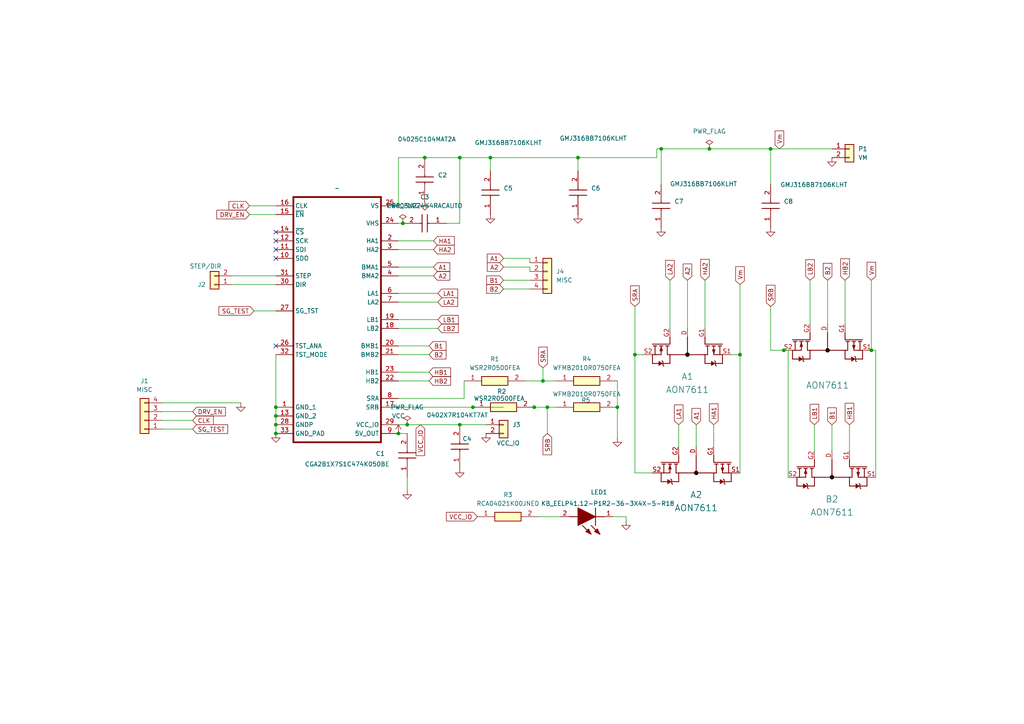
<source format=kicad_sch>
(kicad_sch (version 20231120) (generator "eeschema") (generator_version "8.0")
  (paper "A4")
  (lib_symbols
    (symbol "04025C104MAT2A:04025C104MAT2A" (pin_names hide)
      (property "Reference" "C" (at 8.89 6.35 0))
      (property "Value" "04025C104MAT2A" (at 8.89 3.81 0))
      (symbol "04025C104MAT2A_1_1"
        (polyline (pts (xy 5.08 0) (xy 5.588 0)) (stroke (width 0.254)))
        (polyline (pts (xy 5.588 2.54) (xy 5.588 -2.54)) (stroke (width 0.254)))
        (polyline (pts (xy 7.112 0) (xy 7.62 0)) (stroke (width 0.254)))
        (polyline (pts (xy 7.112 2.54) (xy 7.112 -2.54)) (stroke (width 0.254)))
        (pin passive line (at 0 0 0) (length 5.08) (name "1") (number "1"))
        (pin passive line (at 12.7 0 180) (length 5.08) (name "2") (number "2"))
      )
    )
    (symbol "0402X7R104KT7AT:0402X7R104KT7AT" (pin_names hide)
      (property "Reference" "C" (at 8.89 6.35 0))
      (property "Value" "0402X7R104KT7AT" (at 8.89 3.81 0))
      (symbol "0402X7R104KT7AT_1_1"
        (polyline (pts (xy 5.08 0) (xy 5.588 0)) (stroke (width 0.254)))
        (polyline (pts (xy 5.588 2.54) (xy 5.588 -2.54)) (stroke (width 0.254)))
        (polyline (pts (xy 7.112 0) (xy 7.62 0)) (stroke (width 0.254)))
        (polyline (pts (xy 7.112 2.54) (xy 7.112 -2.54)) (stroke (width 0.254)))
        (pin passive line (at 0 0 0) (length 5.08) (name "1") (number "1"))
        (pin passive line (at 12.7 0 180) (length 5.08) (name "2") (number "2"))
      )
    )
    (symbol "C0603X224K4RACAUTO:C0603X224K4RACAUTO" (pin_names hide)
      (property "Reference" "C" (at 8.89 6.35 0))
      (property "Value" "C0603X224K4RACAUTO" (at 8.89 3.81 0))
      (symbol "C0603X224K4RACAUTO_1_1"
        (polyline (pts (xy 5.08 0) (xy 5.588 0)) (stroke (width 0.254)))
        (polyline (pts (xy 5.588 2.54) (xy 5.588 -2.54)) (stroke (width 0.254)))
        (polyline (pts (xy 7.112 0) (xy 7.62 0)) (stroke (width 0.254)))
        (polyline (pts (xy 7.112 2.54) (xy 7.112 -2.54)) (stroke (width 0.254)))
        (pin passive line (at 0 0 0) (length 5.08) (name "1") (number "1"))
        (pin passive line (at 12.7 0 180) (length 5.08) (name "2") (number "2"))
      )
    )
    (symbol "CGA2B1X7S1C474K050BE:CGA2B1X7S1C474K050BE" (pin_names hide)
      (property "Reference" "C" (at 8.89 6.35 0))
      (property "Value" "CGA2B1X7S1C474K050BE" (at 8.89 3.81 0))
      (symbol "CGA2B1X7S1C474K050BE_1_1"
        (polyline (pts (xy 5.08 0) (xy 5.588 0)) (stroke (width 0.254)))
        (polyline (pts (xy 5.588 2.54) (xy 5.588 -2.54)) (stroke (width 0.254)))
        (polyline (pts (xy 7.112 0) (xy 7.62 0)) (stroke (width 0.254)))
        (polyline (pts (xy 7.112 2.54) (xy 7.112 -2.54)) (stroke (width 0.254)))
        (pin passive line (at 0 0 0) (length 5.08) (name "1") (number "1"))
        (pin passive line (at 12.7 0 180) (length 5.08) (name "2") (number "2"))
      )
    )
    (symbol "Connector_Generic:Conn_01x02" (pin_names (offset 1.016) hide)
      (property "Reference" "J" (at 0 2.54 0))
      (property "Value" "Conn_01x02" (at 0 -5.08 0))
      (symbol "Conn_01x02_1_1"
        (rectangle (start -1.27 -2.413) (end 0 -2.667) (stroke (width 0.1524)))
        (rectangle (start -1.27 0.127) (end 0 -0.127) (stroke (width 0.1524)))
        (rectangle (start -1.27 1.27) (end 1.27 -3.81) (stroke (width 0.254)) (fill (type background)))
        (pin passive line (at -5.08 0 0) (length 3.81) (name "Pin_1") (number "1"))
        (pin passive line (at -5.08 -2.54 0) (length 3.81) (name "Pin_2") (number "2"))
      )
    )
    (symbol "Connector_Generic:Conn_01x04" (pin_names (offset 1.016) hide)
      (property "Reference" "J" (at 0 5.08 0))
      (property "Value" "Conn_01x04" (at 0 -7.62 0))
      (symbol "Conn_01x04_1_1"
        (rectangle (start -1.27 -4.953) (end 0 -5.207) (stroke (width 0.1524)))
        (rectangle (start -1.27 -2.413) (end 0 -2.667) (stroke (width 0.1524)))
        (rectangle (start -1.27 0.127) (end 0 -0.127) (stroke (width 0.1524)))
        (rectangle (start -1.27 2.667) (end 0 2.413) (stroke (width 0.1524)))
        (rectangle (start -1.27 3.81) (end 1.27 -6.35) (stroke (width 0.254)) (fill (type background)))
        (pin passive line (at -5.08 2.54 0) (length 3.81) (name "Pin_1") (number "1"))
        (pin passive line (at -5.08 0 0) (length 3.81) (name "Pin_2") (number "2"))
        (pin passive line (at -5.08 -2.54 0) (length 3.81) (name "Pin_3") (number "3"))
        (pin passive line (at -5.08 -5.08 0) (length 3.81) (name "Pin_4") (number "4"))
      )
    )
    (symbol "GMJ316BB7106KLHT:GMJ316BB7106KLHT" (pin_names hide)
      (property "Reference" "C" (at 8.89 6.35 0))
      (property "Value" "GMJ316BB7106KLHT" (at 8.89 3.81 0))
      (symbol "GMJ316BB7106KLHT_1_1"
        (polyline (pts (xy 5.08 0) (xy 5.588 0)) (stroke (width 0.254)))
        (polyline (pts (xy 5.588 2.54) (xy 5.588 -2.54)) (stroke (width 0.254)))
        (polyline (pts (xy 7.112 0) (xy 7.62 0)) (stroke (width 0.254)))
        (polyline (pts (xy 7.112 2.54) (xy 7.112 -2.54)) (stroke (width 0.254)))
        (pin passive line (at 0 0 0) (length 5.08) (name "1") (number "1"))
        (pin passive line (at 12.7 0 180) (length 5.08) (name "2") (number "2"))
      )
    )
    (symbol "KB_EELP41_12-P1R2-36-3X4X-5-R1:KB_EELP41.12-P1R2-36-3X4X-5-R18" (pin_names hide)
      (property "Reference" "LED" (at 12.7 8.89 0))
      (property "Value" "KB_EELP41.12-P1R2-36-3X4X-5-R18" (at 12.7 6.35 0))
      (symbol "KB_EELP41.12-P1R2-36-3X4X-5-R18_1_1"
        (polyline (pts (xy 2.54 0) (xy 5.08 0)) (stroke (width 0.254)))
        (polyline (pts (xy 5.08 2.54) (xy 5.08 -2.54)) (stroke (width 0.254)))
        (polyline (pts (xy 6.35 2.54) (xy 3.81 5.08)) (stroke (width 0.254)))
        (polyline (pts (xy 8.89 2.54) (xy 6.35 5.08)) (stroke (width 0.254)))
        (polyline (pts (xy 10.16 0) (xy 12.7 0)) (stroke (width 0.254)))
        (polyline (pts (xy 5.08 0) (xy 10.16 2.54) (xy 10.16 -2.54) (xy 5.08 0)) (stroke (width 0.254)) (fill (type outline)))
        (polyline (pts (xy 5.334 4.318) (xy 4.572 3.556) (xy 3.81 5.08) (xy 5.334 4.318)) (stroke (width 0.254)) (fill (type outline)))
        (polyline (pts (xy 7.874 4.318) (xy 7.112 3.556) (xy 6.35 5.08) (xy 7.874 4.318)) (stroke (width 0.254)) (fill (type outline)))
        (pin passive line (at 0 0 0) (length 2.54) (name "K") (number "1"))
        (pin passive line (at 15.24 0 180) (length 2.54) (name "A") (number "2"))
      )
    )
    (symbol "RCA04021K00JNED:RCA04021K00JNED" (pin_names hide)
      (property "Reference" "R" (at 13.97 6.35 0))
      (property "Value" "RCA04021K00JNED" (at 13.97 3.81 0))
      (symbol "RCA04021K00JNED_1_1"
        (rectangle (start 5.08 1.27) (end 12.7 -1.27) (stroke (width 0.254)) (fill (type background)))
        (pin passive line (at 0 0 0) (length 5.08) (name "1") (number "1"))
        (pin passive line (at 17.78 0 180) (length 5.08) (name "2") (number "2"))
      )
    )
    (symbol "TMC262-LA:TMC262-LA"
      (property "Reference" "IC" (at 17.78 3.81 0))
      (symbol "TMC262-LA_1_0"
        (polyline (pts (xy 5.08 -68.58) (xy 30.48 -68.58)) (stroke (width 0.51)))
        (polyline (pts (xy 5.08 2.54) (xy 5.08 -68.58)) (stroke (width 0.51)))
        (polyline (pts (xy 30.48 -68.58) (xy 30.48 2.54)) (stroke (width 0.51)))
        (polyline (pts (xy 30.48 2.54) (xy 5.08 2.54)) (stroke (width 0.51)))
        (pin power_in line (at 0 -58.42 0) (length 5.08) (name "GND_1") (number "1"))
        (pin output line (at 0 -15.24 0) (length 5.08) (name "SDO") (number "10"))
        (pin input line (at 0 -12.7 0) (length 5.08) (name "SDI") (number "11"))
        (pin input line (at 0 -10.16 0) (length 5.08) (name "SCK") (number "12"))
        (pin power_in line (at 0 -60.96 0) (length 5.08) (name "GND_2") (number "13"))
        (pin input line (at 0 -7.62 0) (length 5.08) (name "~{CS}") (number "14"))
        (pin input line (at 0 -2.54 0) (length 5.08) (name "~{EN}") (number "15"))
        (pin input line (at 0 0 0) (length 5.08) (name "CLK") (number "16"))
        (pin input line (at 35.56 -58.42 180) (length 5.08) (name "SRB") (number "17"))
        (pin output line (at 35.56 -35.56 180) (length 5.08) (name "LB2") (number "18"))
        (pin output line (at 35.56 -33.02 180) (length 5.08) (name "LB1") (number "19"))
        (pin output line (at 35.56 -10.16 180) (length 5.08) (name "HA1") (number "2"))
        (pin input line (at 35.56 -40.64 180) (length 5.08) (name "BMB1") (number "20"))
        (pin input line (at 35.56 -43.18 180) (length 5.08) (name "BMB2") (number "21"))
        (pin output line (at 35.56 -50.8 180) (length 5.08) (name "HB2") (number "22"))
        (pin output line (at 35.56 -48.26 180) (length 5.08) (name "HB1") (number "23"))
        (pin power_in line (at 35.56 -5.08 180) (length 5.08) (name "VHS") (number "24"))
        (pin power_in line (at 35.56 0 180) (length 5.08) (name "VS") (number "25"))
        (pin output line (at 0 -40.64 0) (length 5.08) (name "TST_ANA") (number "26"))
        (pin output line (at 0 -30.48 0) (length 5.08) (name "SG_TST") (number "27"))
        (pin power_in line (at 0 -63.5 0) (length 5.08) (name "GNDP") (number "28"))
        (pin power_in line (at 35.56 -63.5 180) (length 5.08) (name "VCC_IO") (number "29"))
        (pin output line (at 35.56 -12.7 180) (length 5.08) (name "HA2") (number "3"))
        (pin input line (at 0 -22.86 0) (length 5.08) (name "DIR") (number "30"))
        (pin input line (at 0 -20.32 0) (length 5.08) (name "STEP") (number "31"))
        (pin input line (at 0 -43.18 0) (length 5.08) (name "TST_MODE") (number "32"))
        (pin power_in line (at 0 -66.04 0) (length 5.08) (name "GND_PAD") (number "33"))
        (pin input line (at 35.56 -20.32 180) (length 5.08) (name "BMA2") (number "4"))
        (pin input line (at 35.56 -17.78 180) (length 5.08) (name "BMA1") (number "5"))
        (pin output line (at 35.56 -25.4 180) (length 5.08) (name "LA1") (number "6"))
        (pin output line (at 35.56 -27.94 180) (length 5.08) (name "LA2") (number "7"))
        (pin input line (at 35.56 -55.88 180) (length 5.08) (name "SRA") (number "8"))
        (pin power_in line (at 35.56 -66.04 180) (length 5.08) (name "5V_OUT") (number "9"))
      )
    )
    (symbol "TMC262_BOB40_V1_2:AON7611"
      (property "Value" "AON7611" (at -1.27 -3.81 0))
      (symbol "AON7611_1_0"
        (polyline (pts (xy -5.08 5.08) (xy -3.048 5.08)) (stroke (width 0.254)))
        (polyline (pts (xy -5.08 10.16) (xy 0 10.16)) (stroke (width 0.254)))
        (polyline (pts (xy -5.08 15.24) (xy -3.048 15.24)) (stroke (width 0.254)))
        (polyline (pts (xy -3.048 5.08) (xy -3.048 0)) (stroke (width 0.254)))
        (polyline (pts (xy -3.048 20.32) (xy -3.048 15.24)) (stroke (width 0.254)))
        (polyline (pts (xy -2.54 0.254) (xy -2.54 1.27)) (stroke (width 0.254)))
        (polyline (pts (xy -2.54 2.032) (xy -2.54 3.048)) (stroke (width 0.254)))
        (polyline (pts (xy -2.54 4.826) (xy -2.54 3.81)) (stroke (width 0.254)))
        (polyline (pts (xy -2.54 15.494) (xy -2.54 16.51)) (stroke (width 0.254)))
        (polyline (pts (xy -2.54 17.272) (xy -2.54 18.288)) (stroke (width 0.254)))
        (polyline (pts (xy -2.54 19.05) (xy -2.54 20.066)) (stroke (width 0.254)))
        (polyline (pts (xy 0 0) (xy 2.54 0)) (stroke (width 0.254)))
        (polyline (pts (xy 0 0.762) (xy -2.54 0.762)) (stroke (width 0.254)))
        (polyline (pts (xy 0 2.54) (xy -2.54 2.54)) (stroke (width 0.254)))
        (polyline (pts (xy 0 2.54) (xy 0 0)) (stroke (width 0.254)))
        (polyline (pts (xy 0 4.318) (xy -2.54 4.318)) (stroke (width 0.254)))
        (polyline (pts (xy 0 4.318) (xy 0 5.08)) (stroke (width 0.254)))
        (polyline (pts (xy 0 5.08) (xy 2.54 5.08)) (stroke (width 0.254)))
        (polyline (pts (xy 0 15.24) (xy 0 5.08)) (stroke (width 0.254)))
        (polyline (pts (xy 0 15.24) (xy 2.54 15.24)) (stroke (width 0.254)))
        (polyline (pts (xy 0 16.002) (xy -2.54 16.002)) (stroke (width 0.254)))
        (polyline (pts (xy 0 16.002) (xy 0 15.24)) (stroke (width 0.254)))
        (polyline (pts (xy 0 17.78) (xy -2.54 17.78)) (stroke (width 0.254)))
        (polyline (pts (xy 0 17.78) (xy 0 20.32)) (stroke (width 0.254)))
        (polyline (pts (xy 0 19.558) (xy -2.54 19.558)) (stroke (width 0.254)))
        (polyline (pts (xy 0 20.32) (xy 2.54 20.32)) (stroke (width 0.254)))
        (polyline (pts (xy 2.54 0) (xy 2.54 1.778)) (stroke (width 0.254)))
        (polyline (pts (xy 2.54 5.08) (xy 2.54 3.048)) (stroke (width 0.254)))
        (polyline (pts (xy 2.54 15.24) (xy 2.54 17.018)) (stroke (width 0.254)))
        (polyline (pts (xy 2.54 20.32) (xy 2.54 18.288)) (stroke (width 0.254)))
        (polyline (pts (xy -2.54 2.54) (xy -1.016 2.032) (xy -1.016 3.048) (xy -2.54 2.54)) (stroke (width -0.0001)) (fill (type outline)))
        (polyline (pts (xy 0 17.78) (xy -1.524 18.288) (xy -1.524 17.272) (xy 0 17.78)) (stroke (width -0.0001)) (fill (type outline)))
        (polyline (pts (xy 2.54 3.048) (xy 1.778 1.778) (xy 3.302 1.778) (xy 2.54 3.048)) (stroke (width -0.0001)) (fill (type outline)))
        (polyline (pts (xy 2.54 18.288) (xy 1.778 17.018) (xy 3.302 17.018) (xy 2.54 18.288)) (stroke (width -0.0001)) (fill (type outline)))
        (polyline (pts (xy 3.302 3.302) (xy 3.048 3.048) (xy 2.032 3.048) (xy 1.778 2.794)) (stroke (width 0.254)))
        (polyline (pts (xy 3.302 18.542) (xy 3.048 18.288) (xy 2.032 18.288) (xy 1.778 18.034)) (stroke (width 0.254)))
        (circle (center 0 10.16) (radius 0.127) (stroke (width 0.508) (color 0 0 0 1)))
        (pin passive line (at -7.62 10.16 0) (length 2.54) (name "D") (number "D"))
        (pin passive line (at -7.62 15.24 0) (length 2.54) (name "G1") (number "G1"))
        (pin passive line (at -7.62 5.08 0) (length 2.54) (name "G2") (number "G2"))
        (pin passive line (at 0 22.86 270) (length 2.54) (name "S1") (number "S1"))
        (pin passive line (at 0 -2.54 90) (length 2.54) (name "S2") (number "S2"))
      )
    )
    (symbol "WFMB2010R0750FEA:WFMB2010R0750FEA" (pin_names hide)
      (property "Reference" "R" (at 13.97 6.35 0))
      (property "Value" "WFMB2010R0750FEA" (at 13.97 3.81 0))
      (symbol "WFMB2010R0750FEA_1_1"
        (rectangle (start 5.08 1.27) (end 12.7 -1.27) (stroke (width 0.254)) (fill (type background)))
        (pin passive line (at 0 0 0) (length 5.08) (name "1") (number "1"))
        (pin passive line (at 17.78 0 180) (length 5.08) (name "2") (number "2"))
      )
    )
    (symbol "WSR2R0500FEA:WSR2R0500FEA" (pin_names hide)
      (property "Reference" "R" (at 13.97 6.35 0))
      (property "Value" "WSR2R0500FEA" (at 13.97 3.81 0))
      (symbol "WSR2R0500FEA_1_1"
        (rectangle (start 5.08 1.27) (end 12.7 -1.27) (stroke (width 0.254)) (fill (type background)))
        (pin passive line (at 0 0 0) (length 5.08) (name "1") (number "1"))
        (pin passive line (at 17.78 0 180) (length 5.08) (name "2") (number "2"))
      )
    )
    (symbol "power:GND" (power) (pin_numbers hide) (pin_names (offset 0) hide)
      (property "Value" "GND" (at 0 -3.81 0))
      (symbol "GND_0_1"
        (polyline (pts (xy 0 0) (xy 0 -1.27) (xy 1.27 -1.27) (xy 0 -2.54) (xy -1.27 -1.27) (xy 0 -1.27)))
      )
      (symbol "GND_1_1"
        (pin power_in line (at 0 0 270) (length 0) (name "~") (number "1"))
      )
    )
    (symbol "power:PWR_FLAG" (power) (pin_numbers hide) (pin_names (offset 0) hide)
      (property "Value" "PWR_FLAG" (at 0 3.81 0))
      (symbol "PWR_FLAG_0_0"
        (pin power_out line (at 0 0 90) (length 0) (name "~") (number "1"))
      )
      (symbol "PWR_FLAG_0_1"
        (polyline (pts (xy 0 0) (xy 0 1.27) (xy -1.016 1.905) (xy 0 2.54) (xy 1.016 1.905) (xy 0 1.27)))
      )
    )
    (symbol "power:VCC" (power) (pin_numbers hide) (pin_names (offset 0) hide)
      (property "Value" "VCC" (at 0 3.556 0))
      (symbol "VCC_0_1"
        (polyline (pts (xy -0.762 1.27) (xy 0 2.54)))
        (polyline (pts (xy 0 0) (xy 0 2.54)))
        (polyline (pts (xy 0 2.54) (xy 0.762 1.27)))
      )
      (symbol "VCC_1_1"
        (pin power_in line (at 0 0 90) (length 0) (name "~") (number "1"))
      )
    )
  )
  (junction (at 167.64 45.72))
  (junction (at 133.35 123.19))
  (junction (at 223.52 43.18))
  (junction (at 158.75 118.11))
  (junction (at 80.01 125.73))
  (junction (at 179.07 118.11))
  (junction (at 133.35 45.72))
  (junction (at 191.77 43.18))
  (junction (at 80.01 118.11))
  (junction (at 118.11 123.19))
  (junction (at 157.48 110.49))
  (junction (at 115.57 125.73))
  (junction (at 205.74 43.18))
  (junction (at 80.01 120.65))
  (junction (at 252.73 101.6))
  (junction (at 142.24 45.72))
  (junction (at 80.01 123.19))
  (junction (at 123.19 45.72))
  (junction (at 154.94 118.11))
  (junction (at 184.15 102.87))
  (junction (at 116.84 64.77))
  (junction (at 214.63 102.87))
  (junction (at 137.16 118.11))
  (junction (at 227.33 101.6))
  (no_connect (at 80.01 69.85))
  (no_connect (at 80.01 67.31))
  (no_connect (at 80.01 72.39))
  (no_connect (at 80.01 100.33))
  (no_connect (at 80.01 74.93))
  (wire (pts (xy 205.74 43.18) (xy 223.52 43.18)))
  (wire (pts (xy 191.77 43.18) (xy 205.74 43.18)))
  (wire (pts (xy 115.57 100.33) (xy 124.46 100.33)))
  (wire (pts (xy 214.63 82.55) (xy 214.63 102.87)))
  (wire (pts (xy 115.57 102.87) (xy 124.46 102.87)))
  (wire (pts (xy 133.35 45.72) (xy 142.24 45.72)))
  (wire (pts (xy 158.75 118.11) (xy 161.29 118.11)))
  (wire (pts (xy 241.3 123.19) (xy 241.3 130.81)))
  (wire (pts (xy 115.57 107.95) (xy 124.46 107.95)))
  (wire (pts (xy 227.33 101.6) (xy 228.6 101.6)))
  (wire (pts (xy 161.29 110.49) (xy 157.48 110.49)))
  (wire (pts (xy 80.01 123.19) (xy 80.01 125.73)))
  (wire (pts (xy 118.11 123.19) (xy 133.35 123.19)))
  (wire (pts (xy 199.39 81.28) (xy 199.39 95.25)))
  (wire (pts (xy 67.31 80.01) (xy 80.01 80.01)))
  (wire (pts (xy 72.39 59.69) (xy 80.01 59.69)))
  (wire (pts (xy 115.57 80.01) (xy 125.73 80.01)))
  (wire (pts (xy 80.01 118.11) (xy 80.01 120.65)))
  (wire (pts (xy 133.35 123.19) (xy 140.97 123.19)))
  (wire (pts (xy 146.05 77.47) (xy 153.67 77.47)))
  (wire (pts (xy 241.3 43.18) (xy 223.52 43.18)))
  (wire (pts (xy 184.15 102.87) (xy 186.69 102.87)))
  (wire (pts (xy 137.16 118.11) (xy 146.05 118.11)))
  (wire (pts (xy 115.57 110.49) (xy 124.46 110.49)))
  (wire (pts (xy 115.57 92.71) (xy 127 92.71)))
  (wire (pts (xy 177.8 149.86) (xy 181.61 149.86)))
  (wire (pts (xy 184.15 88.9) (xy 184.15 102.87)))
  (wire (pts (xy 67.31 82.55) (xy 80.01 82.55)))
  (wire (pts (xy 204.47 81.28) (xy 204.47 95.25)))
  (wire (pts (xy 142.24 45.72) (xy 167.64 45.72)))
  (wire (pts (xy 181.61 149.86) (xy 181.61 151.13)))
  (wire (pts (xy 189.23 137.16) (xy 184.15 137.16)))
  (wire (pts (xy 142.24 45.72) (xy 142.24 49.53)))
  (wire (pts (xy 115.57 77.47) (xy 125.73 77.47)))
  (wire (pts (xy 190.5 43.18) (xy 190.5 45.72)))
  (wire (pts (xy 252.73 81.28) (xy 252.73 101.6)))
  (wire (pts (xy 236.22 123.19) (xy 236.22 130.81)))
  (wire (pts (xy 115.57 87.63) (xy 127 87.63)))
  (wire (pts (xy 80.01 120.65) (xy 80.01 123.19)))
  (wire (pts (xy 115.57 69.85) (xy 125.73 69.85)))
  (wire (pts (xy 246.38 123.19) (xy 246.38 130.81)))
  (wire (pts (xy 223.52 43.18) (xy 223.52 53.34)))
  (wire (pts (xy 254 138.43) (xy 254 101.6)))
  (wire (pts (xy 72.39 62.23) (xy 80.01 62.23)))
  (wire (pts (xy 46.99 116.84) (xy 69.85 116.84)))
  (wire (pts (xy 115.57 72.39) (xy 125.73 72.39)))
  (wire (pts (xy 118.11 138.43) (xy 118.11 142.24)))
  (wire (pts (xy 115.57 59.69) (xy 115.57 45.72)))
  (wire (pts (xy 115.57 45.72) (xy 123.19 45.72)))
  (wire (pts (xy 214.63 102.87) (xy 214.63 137.16)))
  (wire (pts (xy 245.11 81.28) (xy 245.11 93.98)))
  (wire (pts (xy 194.31 81.28) (xy 194.31 95.25)))
  (wire (pts (xy 212.09 102.87) (xy 214.63 102.87)))
  (wire (pts (xy 133.35 45.72) (xy 133.35 64.77)))
  (wire (pts (xy 115.57 125.73) (xy 118.11 125.73)))
  (wire (pts (xy 146.05 74.93) (xy 153.67 74.93)))
  (wire (pts (xy 157.48 110.49) (xy 152.4 110.49)))
  (wire (pts (xy 196.85 123.19) (xy 196.85 129.54)))
  (wire (pts (xy 228.6 138.43) (xy 228.6 101.6)))
  (wire (pts (xy 73.66 90.17) (xy 80.01 90.17)))
  (wire (pts (xy 129.54 64.77) (xy 133.35 64.77)))
  (wire (pts (xy 191.77 43.18) (xy 190.5 43.18)))
  (wire (pts (xy 134.62 110.49) (xy 134.62 115.57)))
  (wire (pts (xy 80.01 102.87) (xy 80.01 118.11)))
  (wire (pts (xy 156.21 149.86) (xy 162.56 149.86)))
  (wire (pts (xy 240.03 81.28) (xy 240.03 93.98)))
  (wire (pts (xy 146.05 81.28) (xy 153.67 81.28)))
  (wire (pts (xy 184.15 137.16) (xy 184.15 102.87)))
  (wire (pts (xy 223.52 88.9) (xy 223.52 101.6)))
  (wire (pts (xy 207.01 123.19) (xy 207.01 129.54)))
  (wire (pts (xy 154.94 118.11) (xy 153.67 118.11)))
  (wire (pts (xy 234.95 81.28) (xy 234.95 93.98)))
  (wire (pts (xy 115.57 85.09) (xy 127 85.09)))
  (wire (pts (xy 146.05 83.82) (xy 153.67 83.82)))
  (wire (pts (xy 179.07 118.11) (xy 179.07 127)))
  (wire (pts (xy 116.84 64.77) (xy 115.57 64.77)))
  (wire (pts (xy 254 101.6) (xy 252.73 101.6)))
  (wire (pts (xy 201.93 123.19) (xy 201.93 129.54)))
  (wire (pts (xy 167.64 45.72) (xy 167.64 49.53)))
  (wire (pts (xy 157.48 106.68) (xy 157.48 110.49)))
  (wire (pts (xy 46.99 121.92) (xy 55.88 121.92)))
  (wire (pts (xy 46.99 119.38) (xy 55.88 119.38)))
  (wire (pts (xy 46.99 124.46) (xy 55.88 124.46)))
  (wire (pts (xy 158.75 118.11) (xy 154.94 118.11)))
  (wire (pts (xy 115.57 95.25) (xy 127 95.25)))
  (wire (pts (xy 179.07 110.49) (xy 179.07 118.11)))
  (wire (pts (xy 167.64 45.72) (xy 190.5 45.72)))
  (wire (pts (xy 115.57 115.57) (xy 134.62 115.57)))
  (wire (pts (xy 223.52 101.6) (xy 227.33 101.6)))
  (wire (pts (xy 191.77 43.18) (xy 191.77 53.34)))
  (wire (pts (xy 158.75 118.11) (xy 158.75 125.73)))
  (wire (pts (xy 115.57 118.11) (xy 137.16 118.11)))
  (wire (pts (xy 153.67 74.93) (xy 153.67 76.2)))
  (wire (pts (xy 115.57 123.19) (xy 118.11 123.19)))
  (wire (pts (xy 153.67 77.47) (xy 153.67 78.74)))
  (wire (pts (xy 123.19 45.72) (xy 133.35 45.72)))
  (global_label "A1" (shape input) (at 201.93 123.19 90) (property "Intersheetrefs" "${INTERSHEET_REFS}" (effects (hide yes))))
  (global_label "A2" (shape input) (at 146.05 77.47 180) (property "Intersheetrefs" "${INTERSHEET_REFS}" (effects (hide yes))))
  (global_label "Vm" (shape input) (at 252.73 81.28 90) (property "Intersheetrefs" "${INTERSHEET_REFS}" (effects (hide yes))))
  (global_label "A2" (shape input) (at 199.39 81.28 90) (property "Intersheetrefs" "${INTERSHEET_REFS}" (effects (hide yes))))
  (global_label "SRA" (shape input) (at 157.48 106.68 90) (property "Intersheetrefs" "${INTERSHEET_REFS}" (effects (hide yes))))
  (global_label "HA1" (shape input) (at 125.73 69.85 0) (property "Intersheetrefs" "${INTERSHEET_REFS}" (effects (hide yes))))
  (global_label "SG_TEST" (shape input) (at 73.66 90.17 180) (property "Intersheetrefs" "${INTERSHEET_REFS}" (effects (hide yes))))
  (global_label "B1" (shape input) (at 241.3 123.19 90) (property "Intersheetrefs" "${INTERSHEET_REFS}" (effects (hide yes))))
  (global_label "HB1" (shape input) (at 124.46 107.95 0) (property "Intersheetrefs" "${INTERSHEET_REFS}" (effects (hide yes))))
  (global_label "LA2" (shape input) (at 127 87.63 0) (property "Intersheetrefs" "${INTERSHEET_REFS}" (effects (hide yes))))
  (global_label "VCC_IO" (shape input) (at 138.43 149.86 180) (property "Intersheetrefs" "${INTERSHEET_REFS}" (effects (hide yes))))
  (global_label "LA1" (shape input) (at 196.85 123.19 90) (property "Intersheetrefs" "${INTERSHEET_REFS}" (effects (hide yes))))
  (global_label "A1" (shape input) (at 146.05 74.93 180) (property "Intersheetrefs" "${INTERSHEET_REFS}" (effects (hide yes))))
  (global_label "HB1" (shape input) (at 246.38 123.19 90) (property "Intersheetrefs" "${INTERSHEET_REFS}" (effects (hide yes))))
  (global_label "HA1" (shape input) (at 207.01 123.19 90) (property "Intersheetrefs" "${INTERSHEET_REFS}" (effects (hide yes))))
  (global_label "HA2" (shape input) (at 204.47 81.28 90) (property "Intersheetrefs" "${INTERSHEET_REFS}" (effects (hide yes))))
  (global_label "DRV_EN" (shape input) (at 55.88 119.38 0) (property "Intersheetrefs" "${INTERSHEET_REFS}" (effects (hide yes))))
  (global_label "A1" (shape input) (at 125.73 77.47 0) (property "Intersheetrefs" "${INTERSHEET_REFS}" (effects (hide yes))))
  (global_label "B2" (shape input) (at 124.46 102.87 0) (property "Intersheetrefs" "${INTERSHEET_REFS}" (effects (hide yes))))
  (global_label "LB2" (shape input) (at 127 95.25 0) (property "Intersheetrefs" "${INTERSHEET_REFS}" (effects (hide yes))))
  (global_label "LA2" (shape input) (at 194.31 81.28 90) (property "Intersheetrefs" "${INTERSHEET_REFS}" (effects (hide yes))))
  (global_label "Vm" (shape input) (at 226.06 43.18 90) (property "Intersheetrefs" "${INTERSHEET_REFS}" (effects (hide yes))))
  (global_label "B1" (shape input) (at 146.05 81.28 180) (property "Intersheetrefs" "${INTERSHEET_REFS}" (effects (hide yes))))
  (global_label "VCC_IO" (shape input) (at 121.92 123.19 270) (property "Intersheetrefs" "${INTERSHEET_REFS}" (effects (hide yes))))
  (global_label "SRB" (shape input) (at 223.52 88.9 90) (property "Intersheetrefs" "${INTERSHEET_REFS}" (effects (hide yes))))
  (global_label "LB1" (shape input) (at 127 92.71 0) (property "Intersheetrefs" "${INTERSHEET_REFS}" (effects (hide yes))))
  (global_label "SRB" (shape input) (at 158.75 125.73 270) (property "Intersheetrefs" "${INTERSHEET_REFS}" (effects (hide yes))))
  (global_label "CLK" (shape input) (at 55.88 121.92 0) (property "Intersheetrefs" "${INTERSHEET_REFS}" (effects (hide yes))))
  (global_label "A2" (shape input) (at 125.73 80.01 0) (property "Intersheetrefs" "${INTERSHEET_REFS}" (effects (hide yes))))
  (global_label "B1" (shape input) (at 124.46 100.33 0) (property "Intersheetrefs" "${INTERSHEET_REFS}" (effects (hide yes))))
  (global_label "LB2" (shape input) (at 234.95 81.28 90) (property "Intersheetrefs" "${INTERSHEET_REFS}" (effects (hide yes))))
  (global_label "CLK" (shape input) (at 72.39 59.69 180) (property "Intersheetrefs" "${INTERSHEET_REFS}" (effects (hide yes))))
  (global_label "Vm" (shape input) (at 214.63 82.55 90) (property "Intersheetrefs" "${INTERSHEET_REFS}" (effects (hide yes))))
  (global_label "HB2" (shape input) (at 124.46 110.49 0) (property "Intersheetrefs" "${INTERSHEET_REFS}" (effects (hide yes))))
  (global_label "LB1" (shape input) (at 236.22 123.19 90) (property "Intersheetrefs" "${INTERSHEET_REFS}" (effects (hide yes))))
  (global_label "HB2" (shape input) (at 245.11 81.28 90) (property "Intersheetrefs" "${INTERSHEET_REFS}" (effects (hide yes))))
  (global_label "SG_TEST" (shape input) (at 55.88 124.46 0) (property "Intersheetrefs" "${INTERSHEET_REFS}" (effects (hide yes))))
  (global_label "DRV_EN" (shape input) (at 72.39 62.23 180) (property "Intersheetrefs" "${INTERSHEET_REFS}" (effects (hide yes))))
  (global_label "B2" (shape input) (at 146.05 83.82 180) (property "Intersheetrefs" "${INTERSHEET_REFS}" (effects (hide yes))))
  (global_label "LA1" (shape input) (at 127 85.09 0) (property "Intersheetrefs" "${INTERSHEET_REFS}" (effects (hide yes))))
  (global_label "B2" (shape input) (at 240.03 81.28 90) (property "Intersheetrefs" "${INTERSHEET_REFS}" (effects (hide yes))))
  (global_label "SRA" (shape input) (at 184.15 88.9 90) (property "Intersheetrefs" "${INTERSHEET_REFS}" (effects (hide yes))))
  (global_label "HA2" (shape input) (at 125.73 72.39 0) (property "Intersheetrefs" "${INTERSHEET_REFS}" (effects (hide yes))))
  (symbol (lib_id "power:GND") (at 140.97 125.73 0) (unit 1)
    (property "Reference" "#PWR07" (effects (hide yes)))
    (property "Value" "GND" (effects (hide yes)))
    (property "Description" "Power symbol creates a global label with name \"GND\" , ground" (effects (hide yes)))
  )
  (symbol (lib_id "GMJ316BB7106KLHT:GMJ316BB7106KLHT") (at 142.24 62.23 90) (unit 1)
    (property "Reference" "C5" (at 146.05 54.6099 90) (effects (justify right)))
    (property "Value" "GMJ316BB7106KLHT" (at 137.668 41.402 90) (effects (justify right)))
    (property "Footprint" "Capacitor_SMD:C_1206_3216Metric" (effects (hide yes)))
    (property "Datasheet" "https://datasheet.datasheetarchive.com/originals/distributors/DKDS-37/730539.pdf" (effects (hide yes)))
    (property "Description" "Multilayer Ceramic Capacitors MLCC - SMD/SMT 10uF 35V X7R 10% 1206 Flx AEC-Q200" (effects (hide yes)))
    (property "Height" "1.25" (effects (hide yes)))
    (property "Mouser Part Number" "963-GMJ316BB7106KLHT" (effects (hide yes)))
    (property "Mouser Price/Stock" "https://www.mouser.co.uk/ProductDetail/Taiyo-Yuden/GMJ316BB7106KLHT?qs=6oMev5NRZMHsJBH%2FrXfPIA%3D%3D" (effects (hide yes)))
    (property "Manufacturer_Name" "TAIYO YUDEN" (effects (hide yes)))
    (property "Manufacturer_Part_Number" "GMJ316BB7106KLHT" (effects (hide yes)))
  )
  (symbol (lib_id "0402X7R104KT7AT:0402X7R104KT7AT") (at 133.35 135.89 90) (unit 1)
    (property "Reference" "C4" (at 134.112 127.254 90) (effects (justify right)))
    (property "Value" "0402X7R104KT7AT" (at 123.698 120.396 90) (effects (justify right)))
    (property "Footprint" "Capacitor_SMD:C_0402_1005Metric" (effects (hide yes)))
    (property "Datasheet" "https://www.mouser.es/datasheet/2/40/general_purpose-3169586.pdf" (effects (hide yes)))
    (property "Description" "Ceramic Capacitor, Multilayer, Ceramic, 16V, 10% +Tol, 10% -Tol, X7R, 15% TC, 0.1uF, Surface Mount, 0402" (effects (hide yes)))
    (property "Height" "0.61" (effects (hide yes)))
    (property "Mouser Part Number" "581-0402X7R104KT7AT" (effects (hide yes)))
    (property "Mouser Price/Stock" "https://www.mouser.co.uk/ProductDetail/KYOCERA-AVX/0402X7R104KT7AT?qs=DPoM0jnrROXD467pFR2ukA%3D%3D" (effects (hide yes)))
    (property "Manufacturer_Name" "Kyocera AVX" (effects (hide yes)))
    (property "Manufacturer_Part_Number" "0402X7R104KT7AT" (effects (hide yes)))
  )
  (symbol (lib_id "power:GND") (at 118.11 142.24 0) (unit 1)
    (property "Reference" "#PWR04" (effects (hide yes)))
    (property "Value" "GND" (effects (hide yes)))
    (property "Description" "Power symbol creates a global label with name \"GND\" , ground" (effects (hide yes)))
  )
  (symbol (lib_id "power:GND") (at 241.3 45.72 0) (unit 1)
    (property "Reference" "#PWR014" (effects (hide yes)))
    (property "Value" "GND" (effects (hide yes)))
    (property "Description" "Power symbol creates a global label with name \"GND\" , ground" (effects (hide yes)))
  )
  (symbol (lib_id "WSR2R0500FEA:WSR2R0500FEA") (at 134.62 110.49 0) (unit 1)
    (property "Reference" "R1" (at 143.51 104.14 0))
    (property "Value" "WSR2R0500FEA" (at 143.51 106.68 0))
    (property "Footprint" "Resistor_SMD:R_Shunt_Vishay_WSR2_WSR3" (effects (hide yes)))
    (property "Datasheet" "https://componentsearchengine.com/Datasheets/1/WSR2R0500FEA.pdf" (effects (hide yes)))
    (property "Description" "WSR2 SMD Resistor,2W,1%,R050 Vishay WSR2 Series Metal Strip Low Ohmic Surface Mount Resistor 4527 Case 50m +/-1% 2W +/-75ppm/C" (effects (hide yes)))
    (property "Height" "2.537" (effects (hide yes)))
    (property "Mouser Part Number" "71-WSR2R0500FEA" (effects (hide yes)))
    (property "Mouser Price/Stock" "https://www.mouser.com/Search/Refine.aspx?Keyword=71-WSR2R0500FEA" (effects (hide yes)))
    (property "Manufacturer_Name" "Vishay" (effects (hide yes)))
    (property "Manufacturer_Part_Number" "WSR2R0500FEA" (effects (hide yes)))
  )
  (symbol (lib_id "CGA2B1X7S1C474K050BE:CGA2B1X7S1C474K050BE") (at 118.11 138.43 90) (unit 1)
    (property "Reference" "C1" (at 108.966 131.572 90) (effects (justify right)))
    (property "Value" "CGA2B1X7S1C474K050BE" (at 88.392 134.62 90) (effects (justify right)))
    (property "Footprint" "Capacitor_SMD:C_0402_1005Metric" (effects (hide yes)))
    (property "Description" "Multilayer Ceramic Capacitors MLCC - SMD/SMT 0402 0.47uF 16volts X7S 10% Soft Term" (effects (hide yes)))
    (property "Height" "0.55" (effects (hide yes)))
    (property "Mouser Part Number" "810-CGA2B1X7S1C474KB" (effects (hide yes)))
    (property "Mouser Price/Stock" "https://www.mouser.co.uk/ProductDetail/TDK/CGA2B1X7S1C474K050BE?qs=nQSIdc08i%252BcGEyDh8LdwLg%3D%3D" (effects (hide yes)))
    (property "Manufacturer_Name" "TDK" (effects (hide yes)))
    (property "Manufacturer_Part_Number" "CGA2B1X7S1C474K050BE" (effects (hide yes)))
  )
  (symbol (lib_id "WFMB2010R0750FEA:WFMB2010R0750FEA") (at 161.29 110.49 0) (unit 1)
    (property "Reference" "R4" (at 170.18 104.14 0))
    (property "Value" "WFMB2010R0750FEA" (at 170.18 106.68 0))
    (property "Footprint" "Resistor_SMD:R_2010_5025Metric" (effects (hide yes)))
    (property "Datasheet" "https://datasheet.datasheetarchive.com/originals/distributors/Datasheets_SAMA/ca61f143e72def871d1e0aad69108011.pdf" (effects (hide yes)))
    (property "Description" "Vishay 0.075, 2010 (5025M) SMD Resistor +/-1% 2W - WFMB2010R0750FEA" (effects (hide yes)))
    (property "Height" "0.65" (effects (hide yes)))
    (property "Mouser Part Number" "71-WFMB2010R0750FEA" (effects (hide yes)))
    (property "Mouser Price/Stock" "https://www.mouser.co.uk/ProductDetail/Vishay/WFMB2010R0750FEA?qs=2WXlatMagcGsU%2F2ZtxxQZw%3D%3D" (effects (hide yes)))
    (property "Manufacturer_Name" "Vishay" (effects (hide yes)))
    (property "Manufacturer_Part_Number" "WFMB2010R0750FEA" (effects (hide yes)))
  )
  (symbol (lib_id "Connector_Generic:Conn_01x02") (at 146.05 123.19 0) (unit 1)
    (property "Reference" "J3" (at 148.59 123.1899 0) (effects (justify left)))
    (property "Value" "VCC_IO" (at 144.018 128.524 0) (effects (justify left)))
    (property "Footprint" "Connector_PinHeader_2.54mm:PinHeader_1x02_P2.54mm_Vertical" (effects (hide yes)))
    (property "Description" "Generic connector, single row, 01x02, script generated (kicad-library-utils/schlib/autogen/connector/)" (effects (hide yes)))
  )
  (symbol (lib_id "power:GND") (at 191.77 66.04 0) (unit 1)
    (property "Reference" "#PWR012" (effects (hide yes)))
    (property "Value" "GND" (effects (hide yes)))
    (property "Description" "Power symbol creates a global label with name \"GND\" , ground" (effects (hide yes)))
  )
  (symbol (lib_id "power:GND") (at 133.35 135.89 0) (unit 1)
    (property "Reference" "#PWR06" (effects (hide yes)))
    (property "Value" "GND" (effects (hide yes)))
    (property "Description" "Power symbol creates a global label with name \"GND\" , ground" (effects (hide yes)))
  )
  (symbol (lib_id "RCA04021K00JNED:RCA04021K00JNED") (at 138.43 149.86 0) (unit 1)
    (property "Reference" "R3" (at 147.32 143.51 0))
    (property "Value" "RCA04021K00JNED" (at 147.32 146.05 0))
    (property "Footprint" "Resistor_SMD:R_0402_1005Metric" (effects (hide yes)))
    (property "Datasheet" "https://www.vishay.com/docs/20037/rcae3.pdf" (effects (hide yes)))
    (property "Description" "Thick Film Resistors - SMD RCA0402 1K0 5% 200 ET7 e3" (effects (hide yes)))
    (property "Height" "0.4" (effects (hide yes)))
    (property "Mouser Part Number" "71-RCA04021K00JNED" (effects (hide yes)))
    (property "Mouser Price/Stock" "https://www.mouser.co.uk/ProductDetail/Vishay-Draloric/RCA04021K00JNED?qs=%2F1ulvxij7NGYIps%252BNngVLQ%3D%3D" (effects (hide yes)))
    (property "Manufacturer_Name" "Vishay" (effects (hide yes)))
    (property "Manufacturer_Part_Number" "RCA04021K00JNED" (effects (hide yes)))
  )
  (symbol (lib_id "TMC262-LA:TMC262-LA") (at 80.01 59.69 0) (unit 1)
    (property "Reference" "IC1" (effects (hide yes)))
    (property "Value" "~" (at 97.79 54.61 0) (effects (font (size 1.778 1.5113))))
    (property "Footprint" "Package_DFN_QFN:QFN-32-1EP_5x5mm_P0.5mm_EP3.3x3.3mm_ThermalVias" (effects (hide yes)))
    (property "Description" "Energy saving high resolution microstepping two phase stepper driver with Step/Dir, SPI, up to 60V, QFN32(5x5)" (effects (hide yes)))
  )
  (symbol (lib_id "WSR2R0500FEA:WSR2R0500FEA") (at 137.16 118.11 0) (unit 1)
    (property "Reference" "R2" (at 145.542 113.538 0))
    (property "Value" "WSR2R0500FEA" (at 144.78 115.57 0))
    (property "Footprint" "Resistor_SMD:R_Shunt_Vishay_WSR2_WSR3" (effects (hide yes)))
    (property "Datasheet" "https://componentsearchengine.com/Datasheets/1/WSR2R0500FEA.pdf" (effects (hide yes)))
    (property "Description" "WSR2 SMD Resistor,2W,1%,R050 Vishay WSR2 Series Metal Strip Low Ohmic Surface Mount Resistor 4527 Case 50m +/-1% 2W +/-75ppm/C" (effects (hide yes)))
    (property "Height" "2.537" (effects (hide yes)))
    (property "Mouser Part Number" "71-WSR2R0500FEA" (effects (hide yes)))
    (property "Mouser Price/Stock" "https://www.mouser.com/Search/Refine.aspx?Keyword=71-WSR2R0500FEA" (effects (hide yes)))
    (property "Manufacturer_Name" "Vishay" (effects (hide yes)))
    (property "Manufacturer_Part_Number" "WSR2R0500FEA" (effects (hide yes)))
  )
  (symbol (lib_id "TMC262_BOB40_V1_2:AON7611") (at 189.23 102.87 270) (unit 1)
    (property "Reference" "A1" (at 199.39 109.22 90) (effects (font (size 1.8288 1.8288))))
    (property "Value" "AON7611" (at 199.39 113.03 90) (effects (font (size 1.8288 1.8288))))
    (property "Footprint" "Package_SO:SOIC-8_3.9x4.9mm_P1.27mm" (effects (hide yes)))
    (property "Description" "Mosfet Array N and P-Channel, Common Drain 30V 9A, 18.5A 1.5W Surface Mount 8-DFN (3x3)" (effects (hide yes)))
    (property "Supplier 1" "Digi-Key" (effects (hide yes)))
    (property "SPL1_PN" "785-1404-1-ND" (effects (hide yes)))
    (property "MPN" "AON7611" (effects (hide yes)))
    (property "MF" "Alpha & Omega Semiconductor Inc." (effects (hide yes)))
  )
  (symbol (lib_id "power:PWR_FLAG") (at 205.74 43.18 0) (unit 1)
    (property "Reference" "#FLG03" (effects (hide yes)))
    (property "Value" "PWR_FLAG" (at 205.74 38.1 0))
    (property "Description" "Special symbol for telling ERC where power comes from" (effects (hide yes)))
  )
  (symbol (lib_id "power:GND") (at 69.85 116.84 0) (unit 1)
    (property "Reference" "#PWR01" (effects (hide yes)))
    (property "Value" "GND" (effects (hide yes)))
    (property "Description" "Power symbol creates a global label with name \"GND\" , ground" (effects (hide yes)))
  )
  (symbol (lib_id "power:GND") (at 167.64 62.23 0) (unit 1)
    (property "Reference" "#PWR09" (effects (hide yes)))
    (property "Value" "GND" (effects (hide yes)))
    (property "Description" "Power symbol creates a global label with name \"GND\" , ground" (effects (hide yes)))
  )
  (symbol (lib_id "power:GND") (at 123.19 58.42 0) (unit 1)
    (property "Reference" "#PWR05" (effects (hide yes)))
    (property "Value" "GND" (effects (hide yes)))
    (property "Description" "Power symbol creates a global label with name \"GND\" , ground" (effects (hide yes)))
  )
  (symbol (lib_id "Connector_Generic:Conn_01x04") (at 158.75 78.74 0) (unit 1)
    (property "Reference" "J4" (at 161.29 78.7399 0) (effects (justify left)))
    (property "Value" "MISC" (at 161.29 81.2799 0) (effects (justify left)))
    (property "Footprint" "Connector_PinHeader_2.54mm:PinHeader_1x04_P2.54mm_Vertical" (effects (hide yes)))
    (property "Description" "Generic connector, single row, 01x04, script generated (kicad-library-utils/schlib/autogen/connector/)" (effects (hide yes)))
  )
  (symbol (lib_id "Connector_Generic:Conn_01x02") (at 246.38 43.18 0) (unit 1)
    (property "Reference" "P1" (at 248.92 43.1799 0) (effects (justify left)))
    (property "Value" "VM" (at 248.92 45.7199 0) (effects (justify left)))
    (property "Footprint" "Connector_Phoenix_MSTB:PhoenixContact_MSTBA_2,5_2-G_1x02_P5.00mm_Horizontal" (effects (hide yes)))
    (property "Description" "Generic connector, single row, 01x02, script generated (kicad-library-utils/schlib/autogen/connector/)" (effects (hide yes)))
  )
  (symbol (lib_id "TMC262_BOB40_V1_2:AON7611") (at 191.77 137.16 270) (unit 1)
    (property "Reference" "A2" (at 201.93 143.51 90) (effects (font (size 1.8288 1.8288))))
    (property "Value" "AON7611" (at 201.93 147.32 90) (effects (font (size 1.8288 1.8288))))
    (property "Footprint" "Package_SO:SOIC-8-N7_3.9x4.9mm_P1.27mm" (effects (hide yes)))
    (property "Description" "Mosfet Array N and P-Channel, Common Drain 30V 9A, 18.5A 1.5W Surface Mount 8-DFN (3x3)" (effects (hide yes)))
    (property "Supplier 1" "Digi-Key" (effects (hide yes)))
    (property "SPL1_PN" "785-1404-1-ND" (effects (hide yes)))
    (property "MPN" "AON7611" (effects (hide yes)))
    (property "MF" "Alpha & Omega Semiconductor Inc." (effects (hide yes)))
  )
  (symbol (lib_id "power:VCC") (at 115.57 125.73 0) (unit 1)
    (property "Reference" "#PWR03" (effects (hide yes)))
    (property "Value" "VCC" (at 115.57 120.65 0))
    (property "Description" "Power symbol creates a global label with name \"VCC\"" (effects (hide yes)))
  )
  (symbol (lib_id "GMJ316BB7106KLHT:GMJ316BB7106KLHT") (at 167.64 62.23 90) (unit 1)
    (property "Reference" "C6" (at 171.45 54.6099 90) (effects (justify right)))
    (property "Value" "GMJ316BB7106KLHT" (at 162.306 40.132 90) (effects (justify right)))
    (property "Footprint" "Capacitor_SMD:C_1206_3216Metric" (effects (hide yes)))
    (property "Datasheet" "https://datasheet.datasheetarchive.com/originals/distributors/DKDS-37/730539.pdf" (effects (hide yes)))
    (property "Description" "Multilayer Ceramic Capacitors MLCC - SMD/SMT 10uF 35V X7R 10% 1206 Flx AEC-Q200" (effects (hide yes)))
    (property "Height" "1.25" (effects (hide yes)))
    (property "Mouser Part Number" "963-GMJ316BB7106KLHT" (effects (hide yes)))
    (property "Mouser Price/Stock" "https://www.mouser.co.uk/ProductDetail/Taiyo-Yuden/GMJ316BB7106KLHT?qs=6oMev5NRZMHsJBH%2FrXfPIA%3D%3D" (effects (hide yes)))
    (property "Manufacturer_Name" "TAIYO YUDEN" (effects (hide yes)))
    (property "Manufacturer_Part_Number" "GMJ316BB7106KLHT" (effects (hide yes)))
  )
  (symbol (lib_id "WFMB2010R0750FEA:WFMB2010R0750FEA") (at 161.29 118.11 0) (unit 1)
    (property "Reference" "R5" (at 169.926 116.078 0))
    (property "Value" "WFMB2010R0750FEA" (at 170.18 114.3 0))
    (property "Footprint" "Resistor_SMD:R_2010_5025Metric" (effects (hide yes)))
    (property "Datasheet" "https://datasheet.datasheetarchive.com/originals/distributors/Datasheets_SAMA/ca61f143e72def871d1e0aad69108011.pdf" (effects (hide yes)))
    (property "Description" "Vishay 0.075, 2010 (5025M) SMD Resistor +/-1% 2W - WFMB2010R0750FEA" (effects (hide yes)))
    (property "Height" "0.65" (effects (hide yes)))
    (property "Mouser Part Number" "71-WFMB2010R0750FEA" (effects (hide yes)))
    (property "Mouser Price/Stock" "https://www.mouser.co.uk/ProductDetail/Vishay/WFMB2010R0750FEA?qs=2WXlatMagcGsU%2F2ZtxxQZw%3D%3D" (effects (hide yes)))
    (property "Manufacturer_Name" "Vishay" (effects (hide yes)))
    (property "Manufacturer_Part_Number" "WFMB2010R0750FEA" (effects (hide yes)))
  )
  (symbol (lib_id "power:GND") (at 181.61 151.13 0) (unit 1)
    (property "Reference" "#PWR011" (effects (hide yes)))
    (property "Value" "GND" (effects (hide yes)))
    (property "Description" "Power symbol creates a global label with name \"GND\" , ground" (effects (hide yes)))
  )
  (symbol (lib_id "Connector_Generic:Conn_01x04") (at 41.91 121.92 180) (unit 1)
    (property "Reference" "J1" (at 41.91 110.49 0))
    (property "Value" "MISC" (at 41.91 113.03 0))
    (property "Footprint" "Connector_PinHeader_2.54mm:PinHeader_1x04_P2.54mm_Vertical" (effects (hide yes)))
    (property "Description" "Generic connector, single row, 01x04, script generated (kicad-library-utils/schlib/autogen/connector/)" (effects (hide yes)))
  )
  (symbol (lib_id "power:GND") (at 80.01 125.73 0) (unit 1)
    (property "Reference" "#PWR02" (effects (hide yes)))
    (property "Value" "GND" (effects (hide yes)))
    (property "Description" "Power symbol creates a global label with name \"GND\" , ground" (effects (hide yes)))
  )
  (symbol (lib_id "04025C104MAT2A:04025C104MAT2A") (at 123.19 58.42 90) (unit 1)
    (property "Reference" "C2" (at 127 50.7999 90) (effects (justify right)))
    (property "Value" "04025C104MAT2A" (at 115.316 40.386 90) (effects (justify right)))
    (property "Footprint" "Capacitor_SMD:C_0402_1005Metric" (effects (hide yes)))
    (property "Description" "Multilayer Ceramic Capacitors MLCC - SMD/SMT 35V 1uF, X5R 0603 10%" (effects (hide yes)))
    (property "Height" "0.56" (effects (hide yes)))
    (property "Mouser Part Number" "581-04025C104MAT2A" (effects (hide yes)))
    (property "Mouser Price/Stock" "https://www.mouser.co.uk/ProductDetail/KYOCERA-AVX/04025C104MAT2A?qs=ZBeOGGPQgEGQ0HX3nPVD%252Bg%3D%3D" (effects (hide yes)))
    (property "Manufacturer_Name" "Kyocera AVX" (effects (hide yes)))
    (property "Manufacturer_Part_Number" "04025C104MAT2A" (effects (hide yes)))
  )
  (symbol (lib_id "TMC262_BOB40_V1_2:AON7611") (at 229.87 101.6 270) (unit 1)
    (property "Reference" "B1" (effects (hide yes)))
    (property "Value" "AON7611" (at 240.03 111.76 90) (effects (font (size 1.8288 1.8288))))
    (property "Footprint" "Package_SO:SOIC-8-N7_3.9x4.9mm_P1.27mm" (effects (hide yes)))
    (property "Description" "Mosfet Array N and P-Channel, Common Drain 30V 9A, 18.5A 1.5W Surface Mount 8-DFN (3x3)" (effects (hide yes)))
    (property "Supplier 1" "Digi-Key" (effects (hide yes)))
    (property "SPL1_PN" "785-1404-1-ND" (effects (hide yes)))
    (property "MPN" "AON7611" (effects (hide yes)))
    (property "MF" "Alpha & Omega Semiconductor Inc." (effects (hide yes)))
  )
  (symbol (lib_id "GMJ316BB7106KLHT:GMJ316BB7106KLHT") (at 223.52 66.04 90) (unit 1)
    (property "Reference" "C8" (at 227.33 58.4199 90) (effects (justify right)))
    (property "Value" "GMJ316BB7106KLHT" (at 226.314 53.594 90) (effects (justify right)))
    (property "Footprint" "Capacitor_SMD:C_1206_3216Metric" (effects (hide yes)))
    (property "Datasheet" "https://datasheet.datasheetarchive.com/originals/distributors/DKDS-37/730539.pdf" (effects (hide yes)))
    (property "Description" "Multilayer Ceramic Capacitors MLCC - SMD/SMT 10uF 35V X7R 10% 1206 Flx AEC-Q200" (effects (hide yes)))
    (property "Height" "1.25" (effects (hide yes)))
    (property "Mouser Part Number" "963-GMJ316BB7106KLHT" (effects (hide yes)))
    (property "Mouser Price/Stock" "https://www.mouser.co.uk/ProductDetail/Taiyo-Yuden/GMJ316BB7106KLHT?qs=6oMev5NRZMHsJBH%2FrXfPIA%3D%3D" (effects (hide yes)))
    (property "Manufacturer_Name" "TAIYO YUDEN" (effects (hide yes)))
    (property "Manufacturer_Part_Number" "GMJ316BB7106KLHT" (effects (hide yes)))
  )
  (symbol (lib_id "power:GND") (at 142.24 62.23 0) (unit 1)
    (property "Reference" "#PWR08" (effects (hide yes)))
    (property "Value" "GND" (effects (hide yes)))
    (property "Description" "Power symbol creates a global label with name \"GND\" , ground" (effects (hide yes)))
  )
  (symbol (lib_id "TMC262_BOB40_V1_2:AON7611") (at 231.14 138.43 270) (unit 1)
    (property "Reference" "B2" (at 241.3 144.78 90) (effects (font (size 1.8288 1.8288))))
    (property "Value" "AON7611" (at 241.3 148.59 90) (effects (font (size 1.8288 1.8288))))
    (property "Footprint" "Package_SO:SOIC-8-N7_3.9x4.9mm_P1.27mm" (effects (hide yes)))
    (property "Description" "Mosfet Array N and P-Channel, Common Drain 30V 9A, 18.5A 1.5W Surface Mount 8-DFN (3x3)" (effects (hide yes)))
    (property "Supplier 1" "Digi-Key" (effects (hide yes)))
    (property "SPL1_PN" "785-1404-1-ND" (effects (hide yes)))
    (property "MPN" "AON7611" (effects (hide yes)))
    (property "MF" "Alpha & Omega Semiconductor Inc." (effects (hide yes)))
  )
  (symbol (lib_id "Connector_Generic:Conn_01x02") (at 62.23 82.55 180) (unit 1)
    (property "Reference" "J2" (at 59.69 82.5501 0) (effects (justify left)))
    (property "Value" "STEP/DIR" (at 64.262 77.216 0) (effects (justify left)))
    (property "Footprint" "Connector_PinHeader_2.54mm:PinHeader_1x02_P2.54mm_Vertical" (effects (hide yes)))
    (property "Description" "Generic connector, single row, 01x02, script generated (kicad-library-utils/schlib/autogen/connector/)" (effects (hide yes)))
  )
  (symbol (lib_id "C0603X224K4RACAUTO:C0603X224K4RACAUTO") (at 129.54 64.77 180) (unit 1)
    (property "Reference" "C3" (at 123.19 57.15 0))
    (property "Value" "C0603X224K4RACAUTO" (at 123.19 59.69 0))
    (property "Footprint" "Capacitor_SMD:C_0603_1608Metric" (effects (hide yes)))
    (property "Datasheet" "https://content.kemet.com/datasheets/KEM_C1078_X7R_FT-CAP_AUTO_SMD.pdf" (effects (hide yes)))
    (property "Description" "SMD Auto X7R Flex, Ceramic, 0.22 uF, 10%, 16 VDC, 40 VDC, 125C, -55C, X7R, SMD, MLCC, FT-CAP, Automotive Grade, 5 % , 2.2727 GOhms, 7.3 mg, 0603, 1.6mm, 0.8mm, 0.8mm, 0.58mm, 0.45mm, 4000, 78  Weeks, 80" (effects (hide yes)))
    (property "Height" "0.87" (effects (hide yes)))
    (property "Mouser Part Number" "80-C0603X224K4RAUTO" (effects (hide yes)))
    (property "Mouser Price/Stock" "https://www.mouser.co.uk/ProductDetail/KEMET/C0603X224K4RACAUTO?qs=i1BTgFBVgONZyNSwF3jKsg%3D%3D" (effects (hide yes)))
    (property "Manufacturer_Name" "KEMET" (effects (hide yes)))
    (property "Manufacturer_Part_Number" "C0603X224K4RACAUTO" (effects (hide yes)))
  )
  (symbol (lib_id "power:GND") (at 223.52 66.04 0) (unit 1)
    (property "Reference" "#PWR013" (effects (hide yes)))
    (property "Value" "GND" (effects (hide yes)))
    (property "Description" "Power symbol creates a global label with name \"GND\" , ground" (effects (hide yes)))
  )
  (symbol (lib_id "KB_EELP41_12-P1R2-36-3X4X-5-R1:KB_EELP41.12-P1R2-36-3X4X-5-R18") (at 177.8 149.86 180) (unit 1)
    (property "Reference" "LED1" (at 173.736 142.748 0))
    (property "Value" "KB_EELP41.12-P1R2-36-3X4X-5-R18" (at 176.276 146.05 0))
    (property "Footprint" "LED_SMD:LED_0805_2012Metric" (effects (hide yes)))
    (property "Datasheet" "https://look.ams-osram.com/m/39e6c0644809f9ef/original/KB-EELP41-12.pdf" (effects (hide yes)))
    (property "Description" "LED, InGaN on Sapphire, Blue, SMD, 0603 [1608 Metric], 5 mA, 2.75 V, 474 nm" (effects (hide yes)))
    (property "Height" "0.5" (effects (hide yes)))
    (property "Mouser Part Number" "720-P4112P1R2363X4X5" (effects (hide yes)))
    (property "Mouser Price/Stock" "https://www.mouser.co.uk/ProductDetail/ams-OSRAM/KB-EELP41.12-P1R2-36-3X4X-5-R18?qs=ZcfC38r4PosE94aiRwY9DA%3D%3D" (effects (hide yes)))
    (property "Manufacturer_Name" "ams OSRAM" (effects (hide yes)))
    (property "Manufacturer_Part_Number" "KB EELP41.12-P1R2-36-3X4X-5-R18" (effects (hide yes)))
  )
  (symbol (lib_id "power:PWR_FLAG") (at 118.11 123.19 0) (unit 1)
    (property "Reference" "#FLG02" (effects (hide yes)))
    (property "Value" "PWR_FLAG" (at 118.11 118.11 0))
    (property "Description" "Special symbol for telling ERC where power comes from" (effects (hide yes)))
  )
  (symbol (lib_id "GMJ316BB7106KLHT:GMJ316BB7106KLHT") (at 191.77 66.04 90) (unit 1)
    (property "Reference" "C7" (at 195.58 58.4199 90) (effects (justify right)))
    (property "Value" "GMJ316BB7106KLHT" (at 194.31 53.34 90) (effects (justify right)))
    (property "Footprint" "Capacitor_SMD:C_1206_3216Metric" (effects (hide yes)))
    (property "Datasheet" "https://datasheet.datasheetarchive.com/originals/distributors/DKDS-37/730539.pdf" (effects (hide yes)))
    (property "Description" "Multilayer Ceramic Capacitors MLCC - SMD/SMT 10uF 35V X7R 10% 1206 Flx AEC-Q200" (effects (hide yes)))
    (property "Height" "1.25" (effects (hide yes)))
    (property "Mouser Part Number" "963-GMJ316BB7106KLHT" (effects (hide yes)))
    (property "Mouser Price/Stock" "https://www.mouser.co.uk/ProductDetail/Taiyo-Yuden/GMJ316BB7106KLHT?qs=6oMev5NRZMHsJBH%2FrXfPIA%3D%3D" (effects (hide yes)))
    (property "Manufacturer_Name" "TAIYO YUDEN" (effects (hide yes)))
    (property "Manufacturer_Part_Number" "GMJ316BB7106KLHT" (effects (hide yes)))
  )
  (symbol (lib_id "power:GND") (at 179.07 127 0) (unit 1)
    (property "Reference" "#PWR010" (effects (hide yes)))
    (property "Value" "GND" (effects (hide yes)))
    (property "Description" "Power symbol creates a global label with name \"GND\" , ground" (effects (hide yes)))
  )
  (symbol (lib_id "power:PWR_FLAG") (at 116.84 64.77 0) (unit 1)
    (property "Reference" "#FLG01" (effects (hide yes)))
    (property "Value" "PWR_FLAG" (at 116.84 59.69 0))
    (property "Description" "Special symbol for telling ERC where power comes from" (effects (hide yes)))
  )
)
</source>
